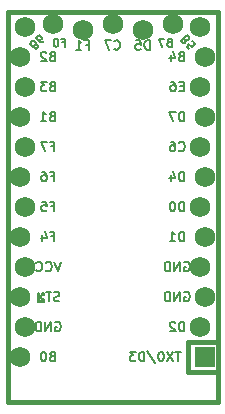
<source format=gbr>
%TF.GenerationSoftware,KiCad,Pcbnew,(6.0.10)*%
%TF.CreationDate,2023-01-18T22:34:27-08:00*%
%TF.ProjectId,shitpad,73686974-7061-4642-9e6b-696361645f70,rev?*%
%TF.SameCoordinates,Original*%
%TF.FileFunction,Legend,Bot*%
%TF.FilePolarity,Positive*%
%FSLAX46Y46*%
G04 Gerber Fmt 4.6, Leading zero omitted, Abs format (unit mm)*
G04 Created by KiCad (PCBNEW (6.0.10)) date 2023-01-18 22:34:27*
%MOMM*%
%LPD*%
G01*
G04 APERTURE LIST*
%ADD10C,0.150000*%
%ADD11C,0.381000*%
%ADD12C,1.752600*%
%ADD13R,1.752600X1.752600*%
G04 APERTURE END LIST*
D10*
%TO.C,U1*%
X95630476Y-120180654D02*
X95630476Y-119380654D01*
X95440000Y-119380654D01*
X95325714Y-119418750D01*
X95249523Y-119494940D01*
X95211428Y-119571130D01*
X95173333Y-119723511D01*
X95173333Y-119837797D01*
X95211428Y-119990178D01*
X95249523Y-120066369D01*
X95325714Y-120142559D01*
X95440000Y-120180654D01*
X95630476Y-120180654D01*
X94449523Y-119380654D02*
X94830476Y-119380654D01*
X94868571Y-119761607D01*
X94830476Y-119723511D01*
X94754285Y-119685416D01*
X94563809Y-119685416D01*
X94487619Y-119723511D01*
X94449523Y-119761607D01*
X94411428Y-119837797D01*
X94411428Y-120028273D01*
X94449523Y-120104464D01*
X94487619Y-120142559D01*
X94563809Y-120180654D01*
X94754285Y-120180654D01*
X94830476Y-120142559D01*
X94868571Y-120104464D01*
X90226666Y-119761607D02*
X90493333Y-119761607D01*
X90493333Y-120180654D02*
X90493333Y-119380654D01*
X90112380Y-119380654D01*
X89388571Y-120180654D02*
X89845714Y-120180654D01*
X89617142Y-120180654D02*
X89617142Y-119380654D01*
X89693333Y-119494940D01*
X89769523Y-119571130D01*
X89845714Y-119609226D01*
X92633333Y-120104464D02*
X92671428Y-120142559D01*
X92785714Y-120180654D01*
X92861904Y-120180654D01*
X92976190Y-120142559D01*
X93052380Y-120066369D01*
X93090476Y-119990178D01*
X93128571Y-119837797D01*
X93128571Y-119723511D01*
X93090476Y-119571130D01*
X93052380Y-119494940D01*
X92976190Y-119418750D01*
X92861904Y-119380654D01*
X92785714Y-119380654D01*
X92671428Y-119418750D01*
X92633333Y-119456845D01*
X92366666Y-119380654D02*
X91833333Y-119380654D01*
X92176190Y-120180654D01*
X85935008Y-119754452D02*
X85982148Y-119660171D01*
X85982148Y-119613030D01*
X85958578Y-119542320D01*
X85887867Y-119471609D01*
X85817157Y-119448039D01*
X85770016Y-119448039D01*
X85699306Y-119471609D01*
X85510744Y-119660171D01*
X86005719Y-120155146D01*
X86170710Y-119990154D01*
X86194280Y-119919443D01*
X86194280Y-119872303D01*
X86170710Y-119801592D01*
X86123570Y-119754452D01*
X86052859Y-119730882D01*
X86005719Y-119730882D01*
X85935008Y-119754452D01*
X85770016Y-119919443D01*
X86712825Y-119448039D02*
X86618544Y-119542320D01*
X86547834Y-119565890D01*
X86500693Y-119565890D01*
X86382842Y-119542320D01*
X86264991Y-119471609D01*
X86076429Y-119283047D01*
X86052859Y-119212337D01*
X86052859Y-119165196D01*
X86076429Y-119094485D01*
X86170710Y-119000205D01*
X86241421Y-118976634D01*
X86288561Y-118976634D01*
X86359272Y-119000205D01*
X86477123Y-119118056D01*
X86500693Y-119188766D01*
X86500693Y-119235907D01*
X86477123Y-119306617D01*
X86382842Y-119400898D01*
X86312132Y-119424469D01*
X86264991Y-119424469D01*
X86194280Y-119400898D01*
X88233333Y-119568750D02*
X88466666Y-119568750D01*
X88466666Y-119935416D02*
X88466666Y-119235416D01*
X88133333Y-119235416D01*
X87733333Y-119235416D02*
X87666666Y-119235416D01*
X87600000Y-119268750D01*
X87566666Y-119302083D01*
X87533333Y-119368750D01*
X87500000Y-119502083D01*
X87500000Y-119668750D01*
X87533333Y-119802083D01*
X87566666Y-119868750D01*
X87600000Y-119902083D01*
X87666666Y-119935416D01*
X87733333Y-119935416D01*
X87800000Y-119902083D01*
X87833333Y-119868750D01*
X87866666Y-119802083D01*
X87900000Y-119668750D01*
X87900000Y-119502083D01*
X87866666Y-119368750D01*
X87833333Y-119302083D01*
X87800000Y-119268750D01*
X87733333Y-119235416D01*
X97283333Y-119568750D02*
X97183333Y-119602083D01*
X97150000Y-119635416D01*
X97116666Y-119702083D01*
X97116666Y-119802083D01*
X97150000Y-119868750D01*
X97183333Y-119902083D01*
X97250000Y-119935416D01*
X97516666Y-119935416D01*
X97516666Y-119235416D01*
X97283333Y-119235416D01*
X97216666Y-119268750D01*
X97183333Y-119302083D01*
X97150000Y-119368750D01*
X97150000Y-119435416D01*
X97183333Y-119502083D01*
X97216666Y-119535416D01*
X97283333Y-119568750D01*
X97516666Y-119568750D01*
X96883333Y-119235416D02*
X96416666Y-119235416D01*
X96716666Y-119935416D01*
X87993333Y-141452559D02*
X87879047Y-141490654D01*
X87688571Y-141490654D01*
X87612380Y-141452559D01*
X87574285Y-141414464D01*
X87536190Y-141338273D01*
X87536190Y-141262083D01*
X87574285Y-141185892D01*
X87612380Y-141147797D01*
X87688571Y-141109702D01*
X87840952Y-141071607D01*
X87917142Y-141033511D01*
X87955238Y-140995416D01*
X87993333Y-140919226D01*
X87993333Y-140843035D01*
X87955238Y-140766845D01*
X87917142Y-140728750D01*
X87840952Y-140690654D01*
X87650476Y-140690654D01*
X87536190Y-140728750D01*
X87307619Y-140690654D02*
X86850476Y-140690654D01*
X87079047Y-141490654D02*
X87079047Y-140690654D01*
X98262348Y-145750654D02*
X97805205Y-145750654D01*
X98033776Y-146550654D02*
X98033776Y-145750654D01*
X97614729Y-145750654D02*
X97081395Y-146550654D01*
X97081395Y-145750654D02*
X97614729Y-146550654D01*
X96624252Y-145750654D02*
X96548062Y-145750654D01*
X96471872Y-145788750D01*
X96433776Y-145826845D01*
X96395681Y-145903035D01*
X96357586Y-146055416D01*
X96357586Y-146245892D01*
X96395681Y-146398273D01*
X96433776Y-146474464D01*
X96471872Y-146512559D01*
X96548062Y-146550654D01*
X96624252Y-146550654D01*
X96700443Y-146512559D01*
X96738538Y-146474464D01*
X96776633Y-146398273D01*
X96814729Y-146245892D01*
X96814729Y-146055416D01*
X96776633Y-145903035D01*
X96738538Y-145826845D01*
X96700443Y-145788750D01*
X96624252Y-145750654D01*
X95443300Y-145712559D02*
X96129014Y-146741130D01*
X95176633Y-146550654D02*
X95176633Y-145750654D01*
X94986157Y-145750654D01*
X94871872Y-145788750D01*
X94795681Y-145864940D01*
X94757586Y-145941130D01*
X94719491Y-146093511D01*
X94719491Y-146207797D01*
X94757586Y-146360178D01*
X94795681Y-146436369D01*
X94871872Y-146512559D01*
X94986157Y-146550654D01*
X95176633Y-146550654D01*
X94452824Y-145750654D02*
X93957586Y-145750654D01*
X94224252Y-146055416D01*
X94109967Y-146055416D01*
X94033776Y-146093511D01*
X93995681Y-146131607D01*
X93957586Y-146207797D01*
X93957586Y-146398273D01*
X93995681Y-146474464D01*
X94033776Y-146512559D01*
X94109967Y-146550654D01*
X94338538Y-146550654D01*
X94414729Y-146512559D01*
X94452824Y-146474464D01*
X87362809Y-120731607D02*
X87248523Y-120769702D01*
X87210428Y-120807797D01*
X87172333Y-120883988D01*
X87172333Y-120998273D01*
X87210428Y-121074464D01*
X87248523Y-121112559D01*
X87324714Y-121150654D01*
X87629476Y-121150654D01*
X87629476Y-120350654D01*
X87362809Y-120350654D01*
X87286619Y-120388750D01*
X87248523Y-120426845D01*
X87210428Y-120503035D01*
X87210428Y-120579226D01*
X87248523Y-120655416D01*
X87286619Y-120693511D01*
X87362809Y-120731607D01*
X87629476Y-120731607D01*
X86867571Y-120426845D02*
X86829476Y-120388750D01*
X86753285Y-120350654D01*
X86562809Y-120350654D01*
X86486619Y-120388750D01*
X86448523Y-120426845D01*
X86410428Y-120503035D01*
X86410428Y-120579226D01*
X86448523Y-120693511D01*
X86905666Y-121150654D01*
X86410428Y-121150654D01*
X87305666Y-128351607D02*
X87572333Y-128351607D01*
X87572333Y-128770654D02*
X87572333Y-127970654D01*
X87191380Y-127970654D01*
X86962809Y-127970654D02*
X86429476Y-127970654D01*
X86772333Y-128770654D01*
X87305666Y-130891607D02*
X87572333Y-130891607D01*
X87572333Y-131310654D02*
X87572333Y-130510654D01*
X87191380Y-130510654D01*
X86543761Y-130510654D02*
X86696142Y-130510654D01*
X86772333Y-130548750D01*
X86810428Y-130586845D01*
X86886619Y-130701130D01*
X86924714Y-130853511D01*
X86924714Y-131158273D01*
X86886619Y-131234464D01*
X86848523Y-131272559D01*
X86772333Y-131310654D01*
X86619952Y-131310654D01*
X86543761Y-131272559D01*
X86505666Y-131234464D01*
X86467571Y-131158273D01*
X86467571Y-130967797D01*
X86505666Y-130891607D01*
X86543761Y-130853511D01*
X86619952Y-130815416D01*
X86772333Y-130815416D01*
X86848523Y-130853511D01*
X86886619Y-130891607D01*
X86924714Y-130967797D01*
X87305666Y-133431607D02*
X87572333Y-133431607D01*
X87572333Y-133850654D02*
X87572333Y-133050654D01*
X87191380Y-133050654D01*
X86505666Y-133050654D02*
X86886619Y-133050654D01*
X86924714Y-133431607D01*
X86886619Y-133393511D01*
X86810428Y-133355416D01*
X86619952Y-133355416D01*
X86543761Y-133393511D01*
X86505666Y-133431607D01*
X86467571Y-133507797D01*
X86467571Y-133698273D01*
X86505666Y-133774464D01*
X86543761Y-133812559D01*
X86619952Y-133850654D01*
X86810428Y-133850654D01*
X86886619Y-133812559D01*
X86924714Y-133774464D01*
X87362809Y-146131607D02*
X87248523Y-146169702D01*
X87210428Y-146207797D01*
X87172333Y-146283988D01*
X87172333Y-146398273D01*
X87210428Y-146474464D01*
X87248523Y-146512559D01*
X87324714Y-146550654D01*
X87629476Y-146550654D01*
X87629476Y-145750654D01*
X87362809Y-145750654D01*
X87286619Y-145788750D01*
X87248523Y-145826845D01*
X87210428Y-145903035D01*
X87210428Y-145979226D01*
X87248523Y-146055416D01*
X87286619Y-146093511D01*
X87362809Y-146131607D01*
X87629476Y-146131607D01*
X86677095Y-145750654D02*
X86600904Y-145750654D01*
X86524714Y-145788750D01*
X86486619Y-145826845D01*
X86448523Y-145903035D01*
X86410428Y-146055416D01*
X86410428Y-146245892D01*
X86448523Y-146398273D01*
X86486619Y-146474464D01*
X86524714Y-146512559D01*
X86600904Y-146550654D01*
X86677095Y-146550654D01*
X86753285Y-146512559D01*
X86791380Y-146474464D01*
X86829476Y-146398273D01*
X86867571Y-146245892D01*
X86867571Y-146055416D01*
X86829476Y-145903035D01*
X86791380Y-145826845D01*
X86753285Y-145788750D01*
X86677095Y-145750654D01*
X87648523Y-143248750D02*
X87724714Y-143210654D01*
X87839000Y-143210654D01*
X87953285Y-143248750D01*
X88029476Y-143324940D01*
X88067571Y-143401130D01*
X88105666Y-143553511D01*
X88105666Y-143667797D01*
X88067571Y-143820178D01*
X88029476Y-143896369D01*
X87953285Y-143972559D01*
X87839000Y-144010654D01*
X87762809Y-144010654D01*
X87648523Y-143972559D01*
X87610428Y-143934464D01*
X87610428Y-143667797D01*
X87762809Y-143667797D01*
X87267571Y-144010654D02*
X87267571Y-143210654D01*
X86810428Y-144010654D01*
X86810428Y-143210654D01*
X86429476Y-144010654D02*
X86429476Y-143210654D01*
X86239000Y-143210654D01*
X86124714Y-143248750D01*
X86048523Y-143324940D01*
X86010428Y-143401130D01*
X85972333Y-143553511D01*
X85972333Y-143667797D01*
X86010428Y-143820178D01*
X86048523Y-143896369D01*
X86124714Y-143972559D01*
X86239000Y-144010654D01*
X86429476Y-144010654D01*
X88105666Y-138130654D02*
X87839000Y-138930654D01*
X87572333Y-138130654D01*
X86848523Y-138854464D02*
X86886619Y-138892559D01*
X87000904Y-138930654D01*
X87077095Y-138930654D01*
X87191380Y-138892559D01*
X87267571Y-138816369D01*
X87305666Y-138740178D01*
X87343761Y-138587797D01*
X87343761Y-138473511D01*
X87305666Y-138321130D01*
X87267571Y-138244940D01*
X87191380Y-138168750D01*
X87077095Y-138130654D01*
X87000904Y-138130654D01*
X86886619Y-138168750D01*
X86848523Y-138206845D01*
X86048523Y-138854464D02*
X86086619Y-138892559D01*
X86200904Y-138930654D01*
X86277095Y-138930654D01*
X86391380Y-138892559D01*
X86467571Y-138816369D01*
X86505666Y-138740178D01*
X86543761Y-138587797D01*
X86543761Y-138473511D01*
X86505666Y-138321130D01*
X86467571Y-138244940D01*
X86391380Y-138168750D01*
X86277095Y-138130654D01*
X86200904Y-138130654D01*
X86086619Y-138168750D01*
X86048523Y-138206845D01*
X87305666Y-135971607D02*
X87572333Y-135971607D01*
X87572333Y-136390654D02*
X87572333Y-135590654D01*
X87191380Y-135590654D01*
X86543761Y-135857321D02*
X86543761Y-136390654D01*
X86734238Y-135552559D02*
X86924714Y-136123988D01*
X86429476Y-136123988D01*
X87362809Y-125811607D02*
X87248523Y-125849702D01*
X87210428Y-125887797D01*
X87172333Y-125963988D01*
X87172333Y-126078273D01*
X87210428Y-126154464D01*
X87248523Y-126192559D01*
X87324714Y-126230654D01*
X87629476Y-126230654D01*
X87629476Y-125430654D01*
X87362809Y-125430654D01*
X87286619Y-125468750D01*
X87248523Y-125506845D01*
X87210428Y-125583035D01*
X87210428Y-125659226D01*
X87248523Y-125735416D01*
X87286619Y-125773511D01*
X87362809Y-125811607D01*
X87629476Y-125811607D01*
X86410428Y-126230654D02*
X86867571Y-126230654D01*
X86639000Y-126230654D02*
X86639000Y-125430654D01*
X86715190Y-125544940D01*
X86791380Y-125621130D01*
X86867571Y-125659226D01*
X87362809Y-123271607D02*
X87248523Y-123309702D01*
X87210428Y-123347797D01*
X87172333Y-123423988D01*
X87172333Y-123538273D01*
X87210428Y-123614464D01*
X87248523Y-123652559D01*
X87324714Y-123690654D01*
X87629476Y-123690654D01*
X87629476Y-122890654D01*
X87362809Y-122890654D01*
X87286619Y-122928750D01*
X87248523Y-122966845D01*
X87210428Y-123043035D01*
X87210428Y-123119226D01*
X87248523Y-123195416D01*
X87286619Y-123233511D01*
X87362809Y-123271607D01*
X87629476Y-123271607D01*
X86905666Y-122890654D02*
X86410428Y-122890654D01*
X86677095Y-123195416D01*
X86562809Y-123195416D01*
X86486619Y-123233511D01*
X86448523Y-123271607D01*
X86410428Y-123347797D01*
X86410428Y-123538273D01*
X86448523Y-123614464D01*
X86486619Y-123652559D01*
X86562809Y-123690654D01*
X86791380Y-123690654D01*
X86867571Y-123652559D01*
X86905666Y-123614464D01*
X98664297Y-119353758D02*
X98758578Y-119400898D01*
X98805719Y-119400898D01*
X98876429Y-119377328D01*
X98947140Y-119306617D01*
X98970710Y-119235907D01*
X98970710Y-119188766D01*
X98947140Y-119118056D01*
X98758578Y-118929494D01*
X98263603Y-119424469D01*
X98428595Y-119589460D01*
X98499306Y-119613030D01*
X98546446Y-119613030D01*
X98617157Y-119589460D01*
X98664297Y-119542320D01*
X98687867Y-119471609D01*
X98687867Y-119424469D01*
X98664297Y-119353758D01*
X98499306Y-119188766D01*
X98994280Y-120155146D02*
X98758578Y-119919443D01*
X98970710Y-119660171D01*
X98970710Y-119707311D01*
X98994280Y-119778022D01*
X99112132Y-119895873D01*
X99182842Y-119919443D01*
X99229983Y-119919443D01*
X99300693Y-119895873D01*
X99418544Y-119778022D01*
X99442115Y-119707311D01*
X99442115Y-119660171D01*
X99418544Y-119589460D01*
X99300693Y-119471609D01*
X99229983Y-119448039D01*
X99182842Y-119448039D01*
X98284809Y-120731607D02*
X98170523Y-120769702D01*
X98132428Y-120807797D01*
X98094333Y-120883988D01*
X98094333Y-120998273D01*
X98132428Y-121074464D01*
X98170523Y-121112559D01*
X98246714Y-121150654D01*
X98551476Y-121150654D01*
X98551476Y-120350654D01*
X98284809Y-120350654D01*
X98208619Y-120388750D01*
X98170523Y-120426845D01*
X98132428Y-120503035D01*
X98132428Y-120579226D01*
X98170523Y-120655416D01*
X98208619Y-120693511D01*
X98284809Y-120731607D01*
X98551476Y-120731607D01*
X97408619Y-120617321D02*
X97408619Y-121150654D01*
X97599095Y-120312559D02*
X97789571Y-120883988D01*
X97294333Y-120883988D01*
X98513380Y-123271607D02*
X98246714Y-123271607D01*
X98132428Y-123690654D02*
X98513380Y-123690654D01*
X98513380Y-122890654D01*
X98132428Y-122890654D01*
X97446714Y-122890654D02*
X97599095Y-122890654D01*
X97675285Y-122928750D01*
X97713380Y-122966845D01*
X97789571Y-123081130D01*
X97827666Y-123233511D01*
X97827666Y-123538273D01*
X97789571Y-123614464D01*
X97751476Y-123652559D01*
X97675285Y-123690654D01*
X97522904Y-123690654D01*
X97446714Y-123652559D01*
X97408619Y-123614464D01*
X97370523Y-123538273D01*
X97370523Y-123347797D01*
X97408619Y-123271607D01*
X97446714Y-123233511D01*
X97522904Y-123195416D01*
X97675285Y-123195416D01*
X97751476Y-123233511D01*
X97789571Y-123271607D01*
X97827666Y-123347797D01*
X98551476Y-126230654D02*
X98551476Y-125430654D01*
X98361000Y-125430654D01*
X98246714Y-125468750D01*
X98170523Y-125544940D01*
X98132428Y-125621130D01*
X98094333Y-125773511D01*
X98094333Y-125887797D01*
X98132428Y-126040178D01*
X98170523Y-126116369D01*
X98246714Y-126192559D01*
X98361000Y-126230654D01*
X98551476Y-126230654D01*
X97827666Y-125430654D02*
X97294333Y-125430654D01*
X97637190Y-126230654D01*
X98094333Y-128694464D02*
X98132428Y-128732559D01*
X98246714Y-128770654D01*
X98322904Y-128770654D01*
X98437190Y-128732559D01*
X98513380Y-128656369D01*
X98551476Y-128580178D01*
X98589571Y-128427797D01*
X98589571Y-128313511D01*
X98551476Y-128161130D01*
X98513380Y-128084940D01*
X98437190Y-128008750D01*
X98322904Y-127970654D01*
X98246714Y-127970654D01*
X98132428Y-128008750D01*
X98094333Y-128046845D01*
X97408619Y-127970654D02*
X97561000Y-127970654D01*
X97637190Y-128008750D01*
X97675285Y-128046845D01*
X97751476Y-128161130D01*
X97789571Y-128313511D01*
X97789571Y-128618273D01*
X97751476Y-128694464D01*
X97713380Y-128732559D01*
X97637190Y-128770654D01*
X97484809Y-128770654D01*
X97408619Y-128732559D01*
X97370523Y-128694464D01*
X97332428Y-128618273D01*
X97332428Y-128427797D01*
X97370523Y-128351607D01*
X97408619Y-128313511D01*
X97484809Y-128275416D01*
X97637190Y-128275416D01*
X97713380Y-128313511D01*
X97751476Y-128351607D01*
X97789571Y-128427797D01*
X98551476Y-131310654D02*
X98551476Y-130510654D01*
X98361000Y-130510654D01*
X98246714Y-130548750D01*
X98170523Y-130624940D01*
X98132428Y-130701130D01*
X98094333Y-130853511D01*
X98094333Y-130967797D01*
X98132428Y-131120178D01*
X98170523Y-131196369D01*
X98246714Y-131272559D01*
X98361000Y-131310654D01*
X98551476Y-131310654D01*
X97408619Y-130777321D02*
X97408619Y-131310654D01*
X97599095Y-130472559D02*
X97789571Y-131043988D01*
X97294333Y-131043988D01*
X98570523Y-140708750D02*
X98646714Y-140670654D01*
X98761000Y-140670654D01*
X98875285Y-140708750D01*
X98951476Y-140784940D01*
X98989571Y-140861130D01*
X99027666Y-141013511D01*
X99027666Y-141127797D01*
X98989571Y-141280178D01*
X98951476Y-141356369D01*
X98875285Y-141432559D01*
X98761000Y-141470654D01*
X98684809Y-141470654D01*
X98570523Y-141432559D01*
X98532428Y-141394464D01*
X98532428Y-141127797D01*
X98684809Y-141127797D01*
X98189571Y-141470654D02*
X98189571Y-140670654D01*
X97732428Y-141470654D01*
X97732428Y-140670654D01*
X97351476Y-141470654D02*
X97351476Y-140670654D01*
X97161000Y-140670654D01*
X97046714Y-140708750D01*
X96970523Y-140784940D01*
X96932428Y-140861130D01*
X96894333Y-141013511D01*
X96894333Y-141127797D01*
X96932428Y-141280178D01*
X96970523Y-141356369D01*
X97046714Y-141432559D01*
X97161000Y-141470654D01*
X97351476Y-141470654D01*
X98570523Y-138168750D02*
X98646714Y-138130654D01*
X98761000Y-138130654D01*
X98875285Y-138168750D01*
X98951476Y-138244940D01*
X98989571Y-138321130D01*
X99027666Y-138473511D01*
X99027666Y-138587797D01*
X98989571Y-138740178D01*
X98951476Y-138816369D01*
X98875285Y-138892559D01*
X98761000Y-138930654D01*
X98684809Y-138930654D01*
X98570523Y-138892559D01*
X98532428Y-138854464D01*
X98532428Y-138587797D01*
X98684809Y-138587797D01*
X98189571Y-138930654D02*
X98189571Y-138130654D01*
X97732428Y-138930654D01*
X97732428Y-138130654D01*
X97351476Y-138930654D02*
X97351476Y-138130654D01*
X97161000Y-138130654D01*
X97046714Y-138168750D01*
X96970523Y-138244940D01*
X96932428Y-138321130D01*
X96894333Y-138473511D01*
X96894333Y-138587797D01*
X96932428Y-138740178D01*
X96970523Y-138816369D01*
X97046714Y-138892559D01*
X97161000Y-138930654D01*
X97351476Y-138930654D01*
X98551476Y-136390654D02*
X98551476Y-135590654D01*
X98361000Y-135590654D01*
X98246714Y-135628750D01*
X98170523Y-135704940D01*
X98132428Y-135781130D01*
X98094333Y-135933511D01*
X98094333Y-136047797D01*
X98132428Y-136200178D01*
X98170523Y-136276369D01*
X98246714Y-136352559D01*
X98361000Y-136390654D01*
X98551476Y-136390654D01*
X97332428Y-136390654D02*
X97789571Y-136390654D01*
X97561000Y-136390654D02*
X97561000Y-135590654D01*
X97637190Y-135704940D01*
X97713380Y-135781130D01*
X97789571Y-135819226D01*
X98551476Y-133850654D02*
X98551476Y-133050654D01*
X98361000Y-133050654D01*
X98246714Y-133088750D01*
X98170523Y-133164940D01*
X98132428Y-133241130D01*
X98094333Y-133393511D01*
X98094333Y-133507797D01*
X98132428Y-133660178D01*
X98170523Y-133736369D01*
X98246714Y-133812559D01*
X98361000Y-133850654D01*
X98551476Y-133850654D01*
X97599095Y-133050654D02*
X97522904Y-133050654D01*
X97446714Y-133088750D01*
X97408619Y-133126845D01*
X97370523Y-133203035D01*
X97332428Y-133355416D01*
X97332428Y-133545892D01*
X97370523Y-133698273D01*
X97408619Y-133774464D01*
X97446714Y-133812559D01*
X97522904Y-133850654D01*
X97599095Y-133850654D01*
X97675285Y-133812559D01*
X97713380Y-133774464D01*
X97751476Y-133698273D01*
X97789571Y-133545892D01*
X97789571Y-133355416D01*
X97751476Y-133203035D01*
X97713380Y-133126845D01*
X97675285Y-133088750D01*
X97599095Y-133050654D01*
X98551476Y-144010654D02*
X98551476Y-143210654D01*
X98361000Y-143210654D01*
X98246714Y-143248750D01*
X98170523Y-143324940D01*
X98132428Y-143401130D01*
X98094333Y-143553511D01*
X98094333Y-143667797D01*
X98132428Y-143820178D01*
X98170523Y-143896369D01*
X98246714Y-143972559D01*
X98361000Y-144010654D01*
X98551476Y-144010654D01*
X97789571Y-143286845D02*
X97751476Y-143248750D01*
X97675285Y-143210654D01*
X97484809Y-143210654D01*
X97408619Y-143248750D01*
X97370523Y-143286845D01*
X97332428Y-143363035D01*
X97332428Y-143439226D01*
X97370523Y-143553511D01*
X97827666Y-144010654D01*
X97332428Y-144010654D01*
D11*
X98850000Y-147458750D02*
X101390000Y-147458750D01*
X83610000Y-149998750D02*
X101390000Y-149998750D01*
X101390000Y-149998750D02*
X101390000Y-116978750D01*
X101390000Y-116978750D02*
X83610000Y-116978750D01*
X83610000Y-116978750D02*
X83610000Y-149998750D01*
G36*
X86655365Y-141569720D02*
G01*
X86155365Y-141569720D01*
X86155365Y-141469720D01*
X86655365Y-141469720D01*
X86655365Y-141569720D01*
G37*
D10*
X86655365Y-141569720D02*
X86155365Y-141569720D01*
X86155365Y-141469720D01*
X86655365Y-141469720D01*
X86655365Y-141569720D01*
G36*
X86655365Y-141569720D02*
G01*
X86555365Y-141569720D01*
X86555365Y-141269720D01*
X86655365Y-141269720D01*
X86655365Y-141569720D01*
G37*
X86655365Y-141569720D02*
X86555365Y-141569720D01*
X86555365Y-141269720D01*
X86655365Y-141269720D01*
X86655365Y-141569720D01*
G36*
X86655365Y-140969720D02*
G01*
X86555365Y-140969720D01*
X86555365Y-140769720D01*
X86655365Y-140769720D01*
X86655365Y-140969720D01*
G37*
X86655365Y-140969720D02*
X86555365Y-140969720D01*
X86555365Y-140769720D01*
X86655365Y-140769720D01*
X86655365Y-140969720D01*
G36*
X86255365Y-141569720D02*
G01*
X86155365Y-141569720D01*
X86155365Y-140769720D01*
X86255365Y-140769720D01*
X86255365Y-141569720D01*
G37*
X86255365Y-141569720D02*
X86155365Y-141569720D01*
X86155365Y-140769720D01*
X86255365Y-140769720D01*
X86255365Y-141569720D01*
G36*
X86455365Y-141169720D02*
G01*
X86355365Y-141169720D01*
X86355365Y-141069720D01*
X86455365Y-141069720D01*
X86455365Y-141169720D01*
G37*
X86455365Y-141169720D02*
X86355365Y-141169720D01*
X86355365Y-141069720D01*
X86455365Y-141069720D01*
X86455365Y-141169720D01*
D11*
X98850000Y-147458750D02*
X98850000Y-144918750D01*
X98850000Y-144918750D02*
X101390000Y-144918750D01*
%TD*%
D12*
%TO.C,U1*%
X97580000Y-118020150D03*
X95040000Y-118477350D03*
X92500000Y-118020150D03*
X89960000Y-118477350D03*
X87420000Y-118020150D03*
X84651400Y-146188750D03*
X99891400Y-118248750D03*
X85108600Y-143648750D03*
X84651400Y-141108750D03*
X85108600Y-138568750D03*
X84651400Y-136028750D03*
X85108600Y-133488750D03*
X84651400Y-130948750D03*
X85108600Y-128408750D03*
X84651400Y-125868750D03*
X85108600Y-123328750D03*
X84651400Y-120788750D03*
X85108600Y-118248750D03*
X100348600Y-120788750D03*
X99891400Y-123328750D03*
X100348600Y-125868750D03*
X99891400Y-128408750D03*
X100348600Y-130948750D03*
X99891400Y-133488750D03*
X100348600Y-136028750D03*
X99891400Y-138568750D03*
X100348600Y-141108750D03*
X99891400Y-143648750D03*
D13*
X100348600Y-146188750D03*
%TD*%
M02*

</source>
